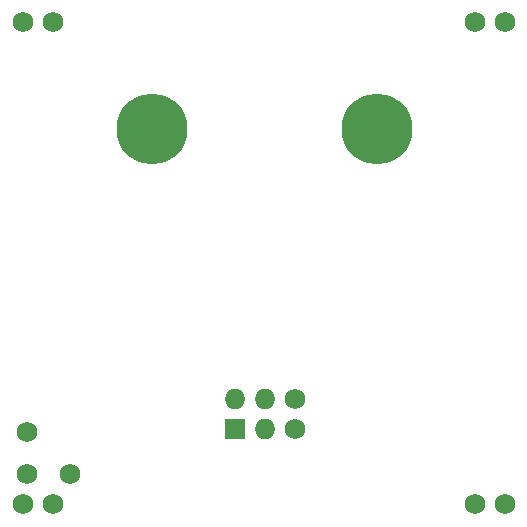
<source format=gtl>
%TF.GenerationSoftware,KiCad,Pcbnew,7.0.6-0*%
%TF.CreationDate,2024-10-01T16:48:44-06:00*%
%TF.ProjectId,HCHCPrizeBadge,48434843-5072-4697-9a65-42616467652e,rev?*%
%TF.SameCoordinates,Original*%
%TF.FileFunction,Copper,L1,Top*%
%TF.FilePolarity,Positive*%
%FSLAX46Y46*%
G04 Gerber Fmt 4.6, Leading zero omitted, Abs format (unit mm)*
G04 Created by KiCad (PCBNEW 7.0.6-0) date 2024-10-01 16:48:44*
%MOMM*%
%LPD*%
G01*
G04 APERTURE LIST*
%TA.AperFunction,ComponentPad*%
%ADD10C,1.750000*%
%TD*%
%TA.AperFunction,ComponentPad*%
%ADD11C,6.000000*%
%TD*%
%TA.AperFunction,ComponentPad*%
%ADD12C,1.727200*%
%TD*%
%TA.AperFunction,ComponentPad*%
%ADD13O,1.727200X1.727200*%
%TD*%
%TA.AperFunction,ComponentPad*%
%ADD14R,1.727200X1.727200*%
%TD*%
G04 APERTURE END LIST*
D10*
%TO.P,Sig,1,Pin_1*%
%TO.N,Net-(J3-Pin_1)*%
X125969140Y-113273236D03*
%TD*%
D11*
%TO.P,Meter+,1,Pin_1*%
%TO.N,Net-(J3-Pin_1)*%
X155575000Y-87630000D03*
%TD*%
%TO.P,Meter-,1,Pin_1*%
%TO.N,Net-(J2-Pin_1)*%
X136525000Y-87630000D03*
%TD*%
D10*
%TO.P,P-,1,Pin_1*%
%TO.N,Net-(J2-Pin_1)*%
X125970529Y-116821741D03*
%TD*%
%TO.P,MB1,16,GND*%
%TO.N,Net-(J2-Pin_1)*%
X166370000Y-119380000D03*
%TO.P,MB1,15,3V3+*%
%TO.N,Net-(J1-Pin_1)*%
X163830000Y-119380000D03*
%TO.P,MB1,10,NC*%
%TO.N,unconnected-(MB1-NC-Pad10)*%
X128130000Y-119380000D03*
%TO.P,MB1,9,CLK*%
%TO.N,unconnected-(MB1-CLK-Pad9)*%
X125590000Y-119380000D03*
%TO.P,MB1,8,GND*%
%TO.N,unconnected-(MB1-GND-Pad8)*%
X166370000Y-78600000D03*
%TO.P,MB1,7,+3V3*%
%TO.N,unconnected-(MB1-+3V3-Pad7)*%
X163830000Y-78600000D03*
%TO.P,MB1,2,GND*%
%TO.N,unconnected-(MB1-GND-Pad2)*%
X128130000Y-78600000D03*
%TO.P,MB1,1,+VBATT*%
%TO.N,unconnected-(MB1-+VBATT-Pad1)*%
X125590000Y-78600000D03*
%TD*%
D12*
%TO.P,SAO v1.69bis,6,GPIO2*%
%TO.N,unconnected-(X1-GPIO2-Pad6)*%
X148590000Y-113030000D03*
%TO.P,SAO v1.69bis,5,GPIO1*%
%TO.N,unconnected-(X1-GPIO1-Pad5)*%
X148590000Y-110490000D03*
D13*
%TO.P,SAO v1.69bis,4,SCL*%
%TO.N,unconnected-(X1-SCL-Pad4)*%
X146050000Y-113030000D03*
%TO.P,SAO v1.69bis,3,SDA*%
%TO.N,unconnected-(X1-SDA-Pad3)*%
X146050000Y-110490000D03*
D14*
%TO.P,SAO v1.69bis,2,GND*%
%TO.N,Net-(J2-Pin_1)*%
X143510000Y-113030000D03*
D13*
%TO.P,SAO v1.69bis,1,VCC*%
%TO.N,Net-(J1-Pin_1)*%
X143510000Y-110490000D03*
%TD*%
D10*
%TO.P,P+,1,Pin_1*%
%TO.N,Net-(J1-Pin_1)*%
X129540000Y-116821741D03*
%TD*%
M02*

</source>
